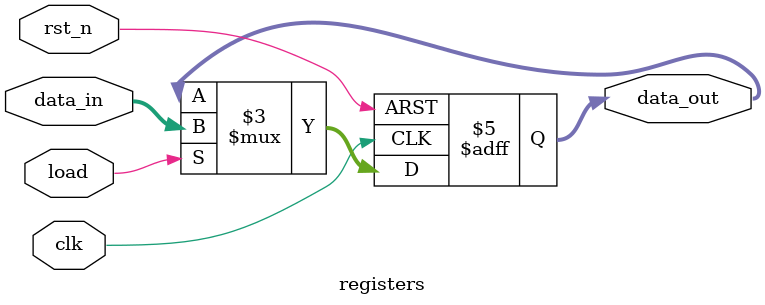
<source format=sv>
`timescale 1ns / 1ps

module registers #(
    parameter int WIDTH = 8
) (
    input logic clk,
    input logic rst_n,
    input logic load,
    input logic [WIDTH-1:0] data_in,
    output logic [WIDTH-1:0] data_out
);

    always_ff @(posedge clk or negedge rst_n) begin
        if (!rst_n) begin
            data_out <= '0;
        end else if (load) begin
            data_out <= data_in;
        end
    end

endmodule


</source>
